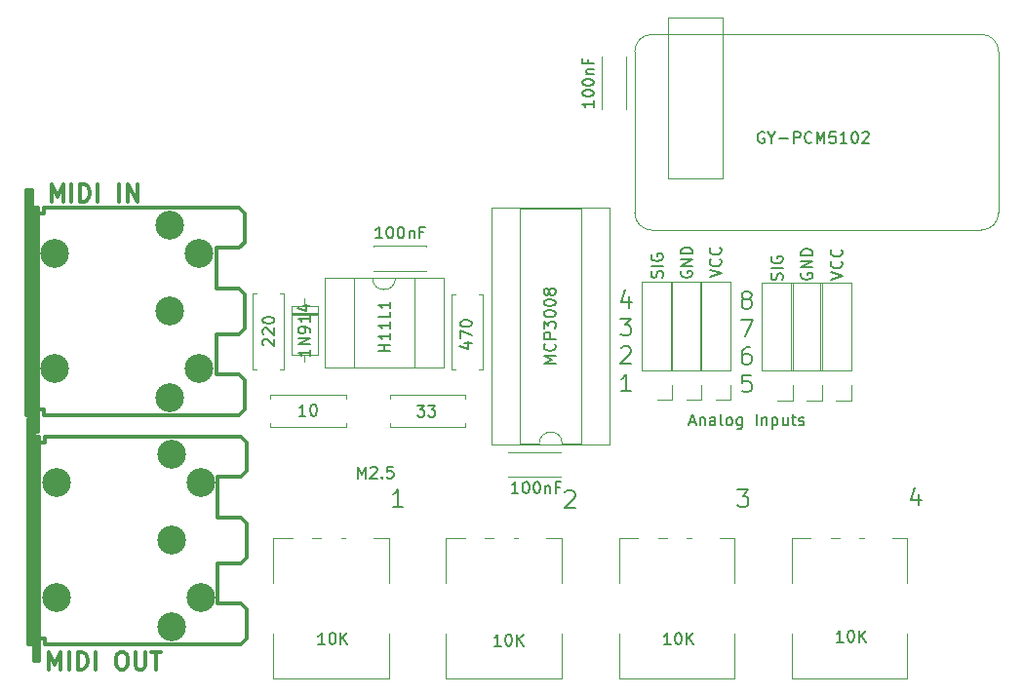
<source format=gto>
G04 #@! TF.GenerationSoftware,KiCad,Pcbnew,(6.0.5)*
G04 #@! TF.CreationDate,2022-08-31T18:22:49+01:00*
G04 #@! TF.ProjectId,RPi-V1-Synth-IOBoard,5250692d-5631-42d5-9379-6e74682d494f,rev?*
G04 #@! TF.SameCoordinates,Original*
G04 #@! TF.FileFunction,Legend,Top*
G04 #@! TF.FilePolarity,Positive*
%FSLAX46Y46*%
G04 Gerber Fmt 4.6, Leading zero omitted, Abs format (unit mm)*
G04 Created by KiCad (PCBNEW (6.0.5)) date 2022-08-31 18:22:49*
%MOMM*%
%LPD*%
G01*
G04 APERTURE LIST*
%ADD10C,0.200000*%
%ADD11C,0.150000*%
%ADD12C,0.304800*%
%ADD13C,0.120000*%
%ADD14C,2.499360*%
G04 APERTURE END LIST*
D10*
X221087914Y-164829371D02*
X221087914Y-165829371D01*
X220730771Y-164257942D02*
X220373628Y-165329371D01*
X221302200Y-165329371D01*
X205367000Y-164456371D02*
X206295571Y-164456371D01*
X205795571Y-165027800D01*
X206009857Y-165027800D01*
X206152714Y-165099228D01*
X206224142Y-165170657D01*
X206295571Y-165313514D01*
X206295571Y-165670657D01*
X206224142Y-165813514D01*
X206152714Y-165884942D01*
X206009857Y-165956371D01*
X205581285Y-165956371D01*
X205438428Y-165884942D01*
X205367000Y-165813514D01*
X190376228Y-164675428D02*
X190447657Y-164604000D01*
X190590514Y-164532571D01*
X190947657Y-164532571D01*
X191090514Y-164604000D01*
X191161942Y-164675428D01*
X191233371Y-164818285D01*
X191233371Y-164961142D01*
X191161942Y-165175428D01*
X190304800Y-166032571D01*
X191233371Y-166032571D01*
X176298171Y-165956371D02*
X175441028Y-165956371D01*
X175869600Y-165956371D02*
X175869600Y-164456371D01*
X175726742Y-164670657D01*
X175583885Y-164813514D01*
X175441028Y-164884942D01*
D11*
X201170209Y-158586466D02*
X201646400Y-158586466D01*
X201074971Y-158872180D02*
X201408304Y-157872180D01*
X201741638Y-158872180D01*
X202074971Y-158205514D02*
X202074971Y-158872180D01*
X202074971Y-158300752D02*
X202122590Y-158253133D01*
X202217828Y-158205514D01*
X202360685Y-158205514D01*
X202455923Y-158253133D01*
X202503542Y-158348371D01*
X202503542Y-158872180D01*
X203408304Y-158872180D02*
X203408304Y-158348371D01*
X203360685Y-158253133D01*
X203265447Y-158205514D01*
X203074971Y-158205514D01*
X202979733Y-158253133D01*
X203408304Y-158824561D02*
X203313066Y-158872180D01*
X203074971Y-158872180D01*
X202979733Y-158824561D01*
X202932114Y-158729323D01*
X202932114Y-158634085D01*
X202979733Y-158538847D01*
X203074971Y-158491228D01*
X203313066Y-158491228D01*
X203408304Y-158443609D01*
X204027352Y-158872180D02*
X203932114Y-158824561D01*
X203884495Y-158729323D01*
X203884495Y-157872180D01*
X204551161Y-158872180D02*
X204455923Y-158824561D01*
X204408304Y-158776942D01*
X204360685Y-158681704D01*
X204360685Y-158395990D01*
X204408304Y-158300752D01*
X204455923Y-158253133D01*
X204551161Y-158205514D01*
X204694019Y-158205514D01*
X204789257Y-158253133D01*
X204836876Y-158300752D01*
X204884495Y-158395990D01*
X204884495Y-158681704D01*
X204836876Y-158776942D01*
X204789257Y-158824561D01*
X204694019Y-158872180D01*
X204551161Y-158872180D01*
X205741638Y-158205514D02*
X205741638Y-159015038D01*
X205694019Y-159110276D01*
X205646400Y-159157895D01*
X205551161Y-159205514D01*
X205408304Y-159205514D01*
X205313066Y-159157895D01*
X205741638Y-158824561D02*
X205646400Y-158872180D01*
X205455923Y-158872180D01*
X205360685Y-158824561D01*
X205313066Y-158776942D01*
X205265447Y-158681704D01*
X205265447Y-158395990D01*
X205313066Y-158300752D01*
X205360685Y-158253133D01*
X205455923Y-158205514D01*
X205646400Y-158205514D01*
X205741638Y-158253133D01*
X206979733Y-158872180D02*
X206979733Y-157872180D01*
X207455923Y-158205514D02*
X207455923Y-158872180D01*
X207455923Y-158300752D02*
X207503542Y-158253133D01*
X207598780Y-158205514D01*
X207741638Y-158205514D01*
X207836876Y-158253133D01*
X207884495Y-158348371D01*
X207884495Y-158872180D01*
X208360685Y-158205514D02*
X208360685Y-159205514D01*
X208360685Y-158253133D02*
X208455923Y-158205514D01*
X208646400Y-158205514D01*
X208741638Y-158253133D01*
X208789257Y-158300752D01*
X208836876Y-158395990D01*
X208836876Y-158681704D01*
X208789257Y-158776942D01*
X208741638Y-158824561D01*
X208646400Y-158872180D01*
X208455923Y-158872180D01*
X208360685Y-158824561D01*
X209694019Y-158205514D02*
X209694019Y-158872180D01*
X209265447Y-158205514D02*
X209265447Y-158729323D01*
X209313066Y-158824561D01*
X209408304Y-158872180D01*
X209551161Y-158872180D01*
X209646400Y-158824561D01*
X209694019Y-158776942D01*
X210027352Y-158205514D02*
X210408304Y-158205514D01*
X210170209Y-157872180D02*
X210170209Y-158729323D01*
X210217828Y-158824561D01*
X210313066Y-158872180D01*
X210408304Y-158872180D01*
X210694019Y-158824561D02*
X210789257Y-158872180D01*
X210979733Y-158872180D01*
X211074971Y-158824561D01*
X211122590Y-158729323D01*
X211122590Y-158681704D01*
X211074971Y-158586466D01*
X210979733Y-158538847D01*
X210836876Y-158538847D01*
X210741638Y-158491228D01*
X210694019Y-158395990D01*
X210694019Y-158348371D01*
X210741638Y-158253133D01*
X210836876Y-158205514D01*
X210979733Y-158205514D01*
X211074971Y-158253133D01*
D10*
X206003542Y-147887728D02*
X205860685Y-147816300D01*
X205789257Y-147744871D01*
X205717828Y-147602014D01*
X205717828Y-147530585D01*
X205789257Y-147387728D01*
X205860685Y-147316300D01*
X206003542Y-147244871D01*
X206289257Y-147244871D01*
X206432114Y-147316300D01*
X206503542Y-147387728D01*
X206574971Y-147530585D01*
X206574971Y-147602014D01*
X206503542Y-147744871D01*
X206432114Y-147816300D01*
X206289257Y-147887728D01*
X206003542Y-147887728D01*
X205860685Y-147959157D01*
X205789257Y-148030585D01*
X205717828Y-148173442D01*
X205717828Y-148459157D01*
X205789257Y-148602014D01*
X205860685Y-148673442D01*
X206003542Y-148744871D01*
X206289257Y-148744871D01*
X206432114Y-148673442D01*
X206503542Y-148602014D01*
X206574971Y-148459157D01*
X206574971Y-148173442D01*
X206503542Y-148030585D01*
X206432114Y-147959157D01*
X206289257Y-147887728D01*
X205646400Y-149659871D02*
X206646400Y-149659871D01*
X206003542Y-151159871D01*
X206432114Y-152074871D02*
X206146400Y-152074871D01*
X206003542Y-152146300D01*
X205932114Y-152217728D01*
X205789257Y-152432014D01*
X205717828Y-152717728D01*
X205717828Y-153289157D01*
X205789257Y-153432014D01*
X205860685Y-153503442D01*
X206003542Y-153574871D01*
X206289257Y-153574871D01*
X206432114Y-153503442D01*
X206503542Y-153432014D01*
X206574971Y-153289157D01*
X206574971Y-152932014D01*
X206503542Y-152789157D01*
X206432114Y-152717728D01*
X206289257Y-152646300D01*
X206003542Y-152646300D01*
X205860685Y-152717728D01*
X205789257Y-152789157D01*
X205717828Y-152932014D01*
X206503542Y-154489871D02*
X205789257Y-154489871D01*
X205717828Y-155204157D01*
X205789257Y-155132728D01*
X205932114Y-155061300D01*
X206289257Y-155061300D01*
X206432114Y-155132728D01*
X206503542Y-155204157D01*
X206574971Y-155347014D01*
X206574971Y-155704157D01*
X206503542Y-155847014D01*
X206432114Y-155918442D01*
X206289257Y-155989871D01*
X205932114Y-155989871D01*
X205789257Y-155918442D01*
X205717828Y-155847014D01*
X195967314Y-147668671D02*
X195967314Y-148668671D01*
X195610171Y-147097242D02*
X195253028Y-148168671D01*
X196181600Y-148168671D01*
X195181600Y-149583671D02*
X196110171Y-149583671D01*
X195610171Y-150155100D01*
X195824457Y-150155100D01*
X195967314Y-150226528D01*
X196038742Y-150297957D01*
X196110171Y-150440814D01*
X196110171Y-150797957D01*
X196038742Y-150940814D01*
X195967314Y-151012242D01*
X195824457Y-151083671D01*
X195395885Y-151083671D01*
X195253028Y-151012242D01*
X195181600Y-150940814D01*
X195253028Y-152141528D02*
X195324457Y-152070100D01*
X195467314Y-151998671D01*
X195824457Y-151998671D01*
X195967314Y-152070100D01*
X196038742Y-152141528D01*
X196110171Y-152284385D01*
X196110171Y-152427242D01*
X196038742Y-152641528D01*
X195181600Y-153498671D01*
X196110171Y-153498671D01*
X196110171Y-155913671D02*
X195253028Y-155913671D01*
X195681600Y-155913671D02*
X195681600Y-154413671D01*
X195538742Y-154627957D01*
X195395885Y-154770814D01*
X195253028Y-154842242D01*
D12*
X145766971Y-139449628D02*
X145766971Y-137925628D01*
X146274971Y-139014200D01*
X146782971Y-137925628D01*
X146782971Y-139449628D01*
X147508685Y-139449628D02*
X147508685Y-137925628D01*
X148234400Y-139449628D02*
X148234400Y-137925628D01*
X148597257Y-137925628D01*
X148814971Y-137998200D01*
X148960114Y-138143342D01*
X149032685Y-138288485D01*
X149105257Y-138578771D01*
X149105257Y-138796485D01*
X149032685Y-139086771D01*
X148960114Y-139231914D01*
X148814971Y-139377057D01*
X148597257Y-139449628D01*
X148234400Y-139449628D01*
X149758400Y-139449628D02*
X149758400Y-137925628D01*
X151645257Y-139449628D02*
X151645257Y-137925628D01*
X152370971Y-139449628D02*
X152370971Y-137925628D01*
X153241828Y-139449628D01*
X153241828Y-137925628D01*
D11*
X198804161Y-146032409D02*
X198851780Y-145889552D01*
X198851780Y-145651457D01*
X198804161Y-145556219D01*
X198756542Y-145508600D01*
X198661304Y-145460980D01*
X198566066Y-145460980D01*
X198470828Y-145508600D01*
X198423209Y-145556219D01*
X198375590Y-145651457D01*
X198327971Y-145841933D01*
X198280352Y-145937171D01*
X198232733Y-145984790D01*
X198137495Y-146032409D01*
X198042257Y-146032409D01*
X197947019Y-145984790D01*
X197899400Y-145937171D01*
X197851780Y-145841933D01*
X197851780Y-145603838D01*
X197899400Y-145460980D01*
X198851780Y-145032409D02*
X197851780Y-145032409D01*
X197899400Y-144032409D02*
X197851780Y-144127647D01*
X197851780Y-144270504D01*
X197899400Y-144413361D01*
X197994638Y-144508600D01*
X198089876Y-144556219D01*
X198280352Y-144603838D01*
X198423209Y-144603838D01*
X198613685Y-144556219D01*
X198708923Y-144508600D01*
X198804161Y-144413361D01*
X198851780Y-144270504D01*
X198851780Y-144175266D01*
X198804161Y-144032409D01*
X198756542Y-143984790D01*
X198423209Y-143984790D01*
X198423209Y-144175266D01*
X200464800Y-145491104D02*
X200417180Y-145586342D01*
X200417180Y-145729200D01*
X200464800Y-145872057D01*
X200560038Y-145967295D01*
X200655276Y-146014914D01*
X200845752Y-146062533D01*
X200988609Y-146062533D01*
X201179085Y-146014914D01*
X201274323Y-145967295D01*
X201369561Y-145872057D01*
X201417180Y-145729200D01*
X201417180Y-145633961D01*
X201369561Y-145491104D01*
X201321942Y-145443485D01*
X200988609Y-145443485D01*
X200988609Y-145633961D01*
X201417180Y-145014914D02*
X200417180Y-145014914D01*
X201417180Y-144443485D01*
X200417180Y-144443485D01*
X201417180Y-143967295D02*
X200417180Y-143967295D01*
X200417180Y-143729200D01*
X200464800Y-143586342D01*
X200560038Y-143491104D01*
X200655276Y-143443485D01*
X200845752Y-143395866D01*
X200988609Y-143395866D01*
X201179085Y-143443485D01*
X201274323Y-143491104D01*
X201369561Y-143586342D01*
X201417180Y-143729200D01*
X201417180Y-143967295D01*
X202931780Y-146011733D02*
X203931780Y-145678400D01*
X202931780Y-145345066D01*
X203836542Y-144440304D02*
X203884161Y-144487923D01*
X203931780Y-144630780D01*
X203931780Y-144726019D01*
X203884161Y-144868876D01*
X203788923Y-144964114D01*
X203693685Y-145011733D01*
X203503209Y-145059352D01*
X203360352Y-145059352D01*
X203169876Y-145011733D01*
X203074638Y-144964114D01*
X202979400Y-144868876D01*
X202931780Y-144726019D01*
X202931780Y-144630780D01*
X202979400Y-144487923D01*
X203027019Y-144440304D01*
X203836542Y-143440304D02*
X203884161Y-143487923D01*
X203931780Y-143630780D01*
X203931780Y-143726019D01*
X203884161Y-143868876D01*
X203788923Y-143964114D01*
X203693685Y-144011733D01*
X203503209Y-144059352D01*
X203360352Y-144059352D01*
X203169876Y-144011733D01*
X203074638Y-143964114D01*
X202979400Y-143868876D01*
X202931780Y-143726019D01*
X202931780Y-143630780D01*
X202979400Y-143487923D01*
X203027019Y-143440304D01*
X169514923Y-177896780D02*
X168943495Y-177896780D01*
X169229209Y-177896780D02*
X169229209Y-176896780D01*
X169133971Y-177039638D01*
X169038733Y-177134876D01*
X168943495Y-177182495D01*
X170133971Y-176896780D02*
X170229209Y-176896780D01*
X170324447Y-176944400D01*
X170372066Y-176992019D01*
X170419685Y-177087257D01*
X170467304Y-177277733D01*
X170467304Y-177515828D01*
X170419685Y-177706304D01*
X170372066Y-177801542D01*
X170324447Y-177849161D01*
X170229209Y-177896780D01*
X170133971Y-177896780D01*
X170038733Y-177849161D01*
X169991114Y-177801542D01*
X169943495Y-177706304D01*
X169895876Y-177515828D01*
X169895876Y-177277733D01*
X169943495Y-177087257D01*
X169991114Y-176992019D01*
X170038733Y-176944400D01*
X170133971Y-176896780D01*
X170895876Y-177896780D02*
X170895876Y-176896780D01*
X171467304Y-177896780D02*
X171038733Y-177325352D01*
X171467304Y-176896780D02*
X170895876Y-177468209D01*
X214523723Y-177693580D02*
X213952295Y-177693580D01*
X214238009Y-177693580D02*
X214238009Y-176693580D01*
X214142771Y-176836438D01*
X214047533Y-176931676D01*
X213952295Y-176979295D01*
X215142771Y-176693580D02*
X215238009Y-176693580D01*
X215333247Y-176741200D01*
X215380866Y-176788819D01*
X215428485Y-176884057D01*
X215476104Y-177074533D01*
X215476104Y-177312628D01*
X215428485Y-177503104D01*
X215380866Y-177598342D01*
X215333247Y-177645961D01*
X215238009Y-177693580D01*
X215142771Y-177693580D01*
X215047533Y-177645961D01*
X214999914Y-177598342D01*
X214952295Y-177503104D01*
X214904676Y-177312628D01*
X214904676Y-177074533D01*
X214952295Y-176884057D01*
X214999914Y-176788819D01*
X215047533Y-176741200D01*
X215142771Y-176693580D01*
X215904676Y-177693580D02*
X215904676Y-176693580D01*
X216476104Y-177693580D02*
X216047533Y-177122152D01*
X216476104Y-176693580D02*
X215904676Y-177265009D01*
X199537723Y-177896780D02*
X198966295Y-177896780D01*
X199252009Y-177896780D02*
X199252009Y-176896780D01*
X199156771Y-177039638D01*
X199061533Y-177134876D01*
X198966295Y-177182495D01*
X200156771Y-176896780D02*
X200252009Y-176896780D01*
X200347247Y-176944400D01*
X200394866Y-176992019D01*
X200442485Y-177087257D01*
X200490104Y-177277733D01*
X200490104Y-177515828D01*
X200442485Y-177706304D01*
X200394866Y-177801542D01*
X200347247Y-177849161D01*
X200252009Y-177896780D01*
X200156771Y-177896780D01*
X200061533Y-177849161D01*
X200013914Y-177801542D01*
X199966295Y-177706304D01*
X199918676Y-177515828D01*
X199918676Y-177277733D01*
X199966295Y-177087257D01*
X200013914Y-176992019D01*
X200061533Y-176944400D01*
X200156771Y-176896780D01*
X200918676Y-177896780D02*
X200918676Y-176896780D01*
X201490104Y-177896780D02*
X201061533Y-177325352D01*
X201490104Y-176896780D02*
X200918676Y-177468209D01*
X184805723Y-178023780D02*
X184234295Y-178023780D01*
X184520009Y-178023780D02*
X184520009Y-177023780D01*
X184424771Y-177166638D01*
X184329533Y-177261876D01*
X184234295Y-177309495D01*
X185424771Y-177023780D02*
X185520009Y-177023780D01*
X185615247Y-177071400D01*
X185662866Y-177119019D01*
X185710485Y-177214257D01*
X185758104Y-177404733D01*
X185758104Y-177642828D01*
X185710485Y-177833304D01*
X185662866Y-177928542D01*
X185615247Y-177976161D01*
X185520009Y-178023780D01*
X185424771Y-178023780D01*
X185329533Y-177976161D01*
X185281914Y-177928542D01*
X185234295Y-177833304D01*
X185186676Y-177642828D01*
X185186676Y-177404733D01*
X185234295Y-177214257D01*
X185281914Y-177119019D01*
X185329533Y-177071400D01*
X185424771Y-177023780D01*
X186186676Y-178023780D02*
X186186676Y-177023780D01*
X186758104Y-178023780D02*
X186329533Y-177452352D01*
X186758104Y-177023780D02*
X186186676Y-177595209D01*
X210904200Y-145643504D02*
X210856580Y-145738742D01*
X210856580Y-145881600D01*
X210904200Y-146024457D01*
X210999438Y-146119695D01*
X211094676Y-146167314D01*
X211285152Y-146214933D01*
X211428009Y-146214933D01*
X211618485Y-146167314D01*
X211713723Y-146119695D01*
X211808961Y-146024457D01*
X211856580Y-145881600D01*
X211856580Y-145786361D01*
X211808961Y-145643504D01*
X211761342Y-145595885D01*
X211428009Y-145595885D01*
X211428009Y-145786361D01*
X211856580Y-145167314D02*
X210856580Y-145167314D01*
X211856580Y-144595885D01*
X210856580Y-144595885D01*
X211856580Y-144119695D02*
X210856580Y-144119695D01*
X210856580Y-143881600D01*
X210904200Y-143738742D01*
X210999438Y-143643504D01*
X211094676Y-143595885D01*
X211285152Y-143548266D01*
X211428009Y-143548266D01*
X211618485Y-143595885D01*
X211713723Y-143643504D01*
X211808961Y-143738742D01*
X211856580Y-143881600D01*
X211856580Y-144119695D01*
X213447380Y-146189533D02*
X214447380Y-145856200D01*
X213447380Y-145522866D01*
X214352142Y-144618104D02*
X214399761Y-144665723D01*
X214447380Y-144808580D01*
X214447380Y-144903819D01*
X214399761Y-145046676D01*
X214304523Y-145141914D01*
X214209285Y-145189533D01*
X214018809Y-145237152D01*
X213875952Y-145237152D01*
X213685476Y-145189533D01*
X213590238Y-145141914D01*
X213495000Y-145046676D01*
X213447380Y-144903819D01*
X213447380Y-144808580D01*
X213495000Y-144665723D01*
X213542619Y-144618104D01*
X214352142Y-143618104D02*
X214399761Y-143665723D01*
X214447380Y-143808580D01*
X214447380Y-143903819D01*
X214399761Y-144046676D01*
X214304523Y-144141914D01*
X214209285Y-144189533D01*
X214018809Y-144237152D01*
X213875952Y-144237152D01*
X213685476Y-144189533D01*
X213590238Y-144141914D01*
X213495000Y-144046676D01*
X213447380Y-143903819D01*
X213447380Y-143808580D01*
X213495000Y-143665723D01*
X213542619Y-143618104D01*
X209218161Y-146235609D02*
X209265780Y-146092752D01*
X209265780Y-145854657D01*
X209218161Y-145759419D01*
X209170542Y-145711800D01*
X209075304Y-145664180D01*
X208980066Y-145664180D01*
X208884828Y-145711800D01*
X208837209Y-145759419D01*
X208789590Y-145854657D01*
X208741971Y-146045133D01*
X208694352Y-146140371D01*
X208646733Y-146187990D01*
X208551495Y-146235609D01*
X208456257Y-146235609D01*
X208361019Y-146187990D01*
X208313400Y-146140371D01*
X208265780Y-146045133D01*
X208265780Y-145807038D01*
X208313400Y-145664180D01*
X209265780Y-145235609D02*
X208265780Y-145235609D01*
X208313400Y-144235609D02*
X208265780Y-144330847D01*
X208265780Y-144473704D01*
X208313400Y-144616561D01*
X208408638Y-144711800D01*
X208503876Y-144759419D01*
X208694352Y-144807038D01*
X208837209Y-144807038D01*
X209027685Y-144759419D01*
X209122923Y-144711800D01*
X209218161Y-144616561D01*
X209265780Y-144473704D01*
X209265780Y-144378466D01*
X209218161Y-144235609D01*
X209170542Y-144187990D01*
X208837209Y-144187990D01*
X208837209Y-144378466D01*
X186310780Y-164764980D02*
X185739352Y-164764980D01*
X186025066Y-164764980D02*
X186025066Y-163764980D01*
X185929828Y-163907838D01*
X185834590Y-164003076D01*
X185739352Y-164050695D01*
X186929828Y-163764980D02*
X187025066Y-163764980D01*
X187120304Y-163812600D01*
X187167923Y-163860219D01*
X187215542Y-163955457D01*
X187263161Y-164145933D01*
X187263161Y-164384028D01*
X187215542Y-164574504D01*
X187167923Y-164669742D01*
X187120304Y-164717361D01*
X187025066Y-164764980D01*
X186929828Y-164764980D01*
X186834590Y-164717361D01*
X186786971Y-164669742D01*
X186739352Y-164574504D01*
X186691733Y-164384028D01*
X186691733Y-164145933D01*
X186739352Y-163955457D01*
X186786971Y-163860219D01*
X186834590Y-163812600D01*
X186929828Y-163764980D01*
X187882209Y-163764980D02*
X187977447Y-163764980D01*
X188072685Y-163812600D01*
X188120304Y-163860219D01*
X188167923Y-163955457D01*
X188215542Y-164145933D01*
X188215542Y-164384028D01*
X188167923Y-164574504D01*
X188120304Y-164669742D01*
X188072685Y-164717361D01*
X187977447Y-164764980D01*
X187882209Y-164764980D01*
X187786971Y-164717361D01*
X187739352Y-164669742D01*
X187691733Y-164574504D01*
X187644114Y-164384028D01*
X187644114Y-164145933D01*
X187691733Y-163955457D01*
X187739352Y-163860219D01*
X187786971Y-163812600D01*
X187882209Y-163764980D01*
X188644114Y-164098314D02*
X188644114Y-164764980D01*
X188644114Y-164193552D02*
X188691733Y-164145933D01*
X188786971Y-164098314D01*
X188929828Y-164098314D01*
X189025066Y-164145933D01*
X189072685Y-164241171D01*
X189072685Y-164764980D01*
X189882209Y-164241171D02*
X189548876Y-164241171D01*
X189548876Y-164764980D02*
X189548876Y-163764980D01*
X190025066Y-163764980D01*
X189555380Y-153504495D02*
X188555380Y-153504495D01*
X189269666Y-153171161D01*
X188555380Y-152837828D01*
X189555380Y-152837828D01*
X189460142Y-151790209D02*
X189507761Y-151837828D01*
X189555380Y-151980685D01*
X189555380Y-152075923D01*
X189507761Y-152218780D01*
X189412523Y-152314019D01*
X189317285Y-152361638D01*
X189126809Y-152409257D01*
X188983952Y-152409257D01*
X188793476Y-152361638D01*
X188698238Y-152314019D01*
X188603000Y-152218780D01*
X188555380Y-152075923D01*
X188555380Y-151980685D01*
X188603000Y-151837828D01*
X188650619Y-151790209D01*
X189555380Y-151361638D02*
X188555380Y-151361638D01*
X188555380Y-150980685D01*
X188603000Y-150885447D01*
X188650619Y-150837828D01*
X188745857Y-150790209D01*
X188888714Y-150790209D01*
X188983952Y-150837828D01*
X189031571Y-150885447D01*
X189079190Y-150980685D01*
X189079190Y-151361638D01*
X188555380Y-150456876D02*
X188555380Y-149837828D01*
X188936333Y-150171161D01*
X188936333Y-150028304D01*
X188983952Y-149933066D01*
X189031571Y-149885447D01*
X189126809Y-149837828D01*
X189364904Y-149837828D01*
X189460142Y-149885447D01*
X189507761Y-149933066D01*
X189555380Y-150028304D01*
X189555380Y-150314019D01*
X189507761Y-150409257D01*
X189460142Y-150456876D01*
X188555380Y-149218780D02*
X188555380Y-149123542D01*
X188603000Y-149028304D01*
X188650619Y-148980685D01*
X188745857Y-148933066D01*
X188936333Y-148885447D01*
X189174428Y-148885447D01*
X189364904Y-148933066D01*
X189460142Y-148980685D01*
X189507761Y-149028304D01*
X189555380Y-149123542D01*
X189555380Y-149218780D01*
X189507761Y-149314019D01*
X189460142Y-149361638D01*
X189364904Y-149409257D01*
X189174428Y-149456876D01*
X188936333Y-149456876D01*
X188745857Y-149409257D01*
X188650619Y-149361638D01*
X188603000Y-149314019D01*
X188555380Y-149218780D01*
X188555380Y-148266400D02*
X188555380Y-148171161D01*
X188603000Y-148075923D01*
X188650619Y-148028304D01*
X188745857Y-147980685D01*
X188936333Y-147933066D01*
X189174428Y-147933066D01*
X189364904Y-147980685D01*
X189460142Y-148028304D01*
X189507761Y-148075923D01*
X189555380Y-148171161D01*
X189555380Y-148266400D01*
X189507761Y-148361638D01*
X189460142Y-148409257D01*
X189364904Y-148456876D01*
X189174428Y-148504495D01*
X188936333Y-148504495D01*
X188745857Y-148456876D01*
X188650619Y-148409257D01*
X188603000Y-148361638D01*
X188555380Y-148266400D01*
X188983952Y-147361638D02*
X188936333Y-147456876D01*
X188888714Y-147504495D01*
X188793476Y-147552114D01*
X188745857Y-147552114D01*
X188650619Y-147504495D01*
X188603000Y-147456876D01*
X188555380Y-147361638D01*
X188555380Y-147171161D01*
X188603000Y-147075923D01*
X188650619Y-147028304D01*
X188745857Y-146980685D01*
X188793476Y-146980685D01*
X188888714Y-147028304D01*
X188936333Y-147075923D01*
X188983952Y-147171161D01*
X188983952Y-147361638D01*
X189031571Y-147456876D01*
X189079190Y-147504495D01*
X189174428Y-147552114D01*
X189364904Y-147552114D01*
X189460142Y-147504495D01*
X189507761Y-147456876D01*
X189555380Y-147361638D01*
X189555380Y-147171161D01*
X189507761Y-147075923D01*
X189460142Y-147028304D01*
X189364904Y-146980685D01*
X189174428Y-146980685D01*
X189079190Y-147028304D01*
X189031571Y-147075923D01*
X188983952Y-147171161D01*
X172389990Y-163469580D02*
X172389990Y-162469580D01*
X172723323Y-163183866D01*
X173056657Y-162469580D01*
X173056657Y-163469580D01*
X173485228Y-162564819D02*
X173532847Y-162517200D01*
X173628085Y-162469580D01*
X173866180Y-162469580D01*
X173961419Y-162517200D01*
X174009038Y-162564819D01*
X174056657Y-162660057D01*
X174056657Y-162755295D01*
X174009038Y-162898152D01*
X173437609Y-163469580D01*
X174056657Y-163469580D01*
X174485228Y-163374342D02*
X174532847Y-163421961D01*
X174485228Y-163469580D01*
X174437609Y-163421961D01*
X174485228Y-163374342D01*
X174485228Y-163469580D01*
X175437609Y-162469580D02*
X174961419Y-162469580D01*
X174913800Y-162945771D01*
X174961419Y-162898152D01*
X175056657Y-162850533D01*
X175294752Y-162850533D01*
X175389990Y-162898152D01*
X175437609Y-162945771D01*
X175485228Y-163041009D01*
X175485228Y-163279104D01*
X175437609Y-163374342D01*
X175389990Y-163421961D01*
X175294752Y-163469580D01*
X175056657Y-163469580D01*
X174961419Y-163421961D01*
X174913800Y-163374342D01*
X175178980Y-152436247D02*
X174178980Y-152436247D01*
X174655171Y-152436247D02*
X174655171Y-151864819D01*
X175178980Y-151864819D02*
X174178980Y-151864819D01*
X175178980Y-150864819D02*
X175178980Y-151436247D01*
X175178980Y-151150533D02*
X174178980Y-151150533D01*
X174321838Y-151245771D01*
X174417076Y-151341009D01*
X174464695Y-151436247D01*
X175178980Y-149912438D02*
X175178980Y-150483866D01*
X175178980Y-150198152D02*
X174178980Y-150198152D01*
X174321838Y-150293390D01*
X174417076Y-150388628D01*
X174464695Y-150483866D01*
X175178980Y-149007676D02*
X175178980Y-149483866D01*
X174178980Y-149483866D01*
X175178980Y-148150533D02*
X175178980Y-148721961D01*
X175178980Y-148436247D02*
X174178980Y-148436247D01*
X174321838Y-148531485D01*
X174417076Y-148626723D01*
X174464695Y-148721961D01*
X181598914Y-151739504D02*
X182265580Y-151739504D01*
X181217961Y-151977600D02*
X181932247Y-152215695D01*
X181932247Y-151596647D01*
X181265580Y-151310933D02*
X181265580Y-150644266D01*
X182265580Y-151072838D01*
X181265580Y-150072838D02*
X181265580Y-149977600D01*
X181313200Y-149882361D01*
X181360819Y-149834742D01*
X181456057Y-149787123D01*
X181646533Y-149739504D01*
X181884628Y-149739504D01*
X182075104Y-149787123D01*
X182170342Y-149834742D01*
X182217961Y-149882361D01*
X182265580Y-149977600D01*
X182265580Y-150072838D01*
X182217961Y-150168076D01*
X182170342Y-150215695D01*
X182075104Y-150263314D01*
X181884628Y-150310933D01*
X181646533Y-150310933D01*
X181456057Y-150263314D01*
X181360819Y-150215695D01*
X181313200Y-150168076D01*
X181265580Y-150072838D01*
X167855923Y-158059380D02*
X167284495Y-158059380D01*
X167570209Y-158059380D02*
X167570209Y-157059380D01*
X167474971Y-157202238D01*
X167379733Y-157297476D01*
X167284495Y-157345095D01*
X168474971Y-157059380D02*
X168570209Y-157059380D01*
X168665447Y-157107000D01*
X168713066Y-157154619D01*
X168760685Y-157249857D01*
X168808304Y-157440333D01*
X168808304Y-157678428D01*
X168760685Y-157868904D01*
X168713066Y-157964142D01*
X168665447Y-158011761D01*
X168570209Y-158059380D01*
X168474971Y-158059380D01*
X168379733Y-158011761D01*
X168332114Y-157964142D01*
X168284495Y-157868904D01*
X168236876Y-157678428D01*
X168236876Y-157440333D01*
X168284495Y-157249857D01*
X168332114Y-157154619D01*
X168379733Y-157107000D01*
X168474971Y-157059380D01*
X177549276Y-157135580D02*
X178168323Y-157135580D01*
X177834990Y-157516533D01*
X177977847Y-157516533D01*
X178073085Y-157564152D01*
X178120704Y-157611771D01*
X178168323Y-157707009D01*
X178168323Y-157945104D01*
X178120704Y-158040342D01*
X178073085Y-158087961D01*
X177977847Y-158135580D01*
X177692133Y-158135580D01*
X177596895Y-158087961D01*
X177549276Y-158040342D01*
X178501657Y-157135580D02*
X179120704Y-157135580D01*
X178787371Y-157516533D01*
X178930228Y-157516533D01*
X179025466Y-157564152D01*
X179073085Y-157611771D01*
X179120704Y-157707009D01*
X179120704Y-157945104D01*
X179073085Y-158040342D01*
X179025466Y-158087961D01*
X178930228Y-158135580D01*
X178644514Y-158135580D01*
X178549276Y-158087961D01*
X178501657Y-158040342D01*
X164215819Y-151936295D02*
X164168200Y-151888676D01*
X164120580Y-151793438D01*
X164120580Y-151555342D01*
X164168200Y-151460104D01*
X164215819Y-151412485D01*
X164311057Y-151364866D01*
X164406295Y-151364866D01*
X164549152Y-151412485D01*
X165120580Y-151983914D01*
X165120580Y-151364866D01*
X164215819Y-150983914D02*
X164168200Y-150936295D01*
X164120580Y-150841057D01*
X164120580Y-150602961D01*
X164168200Y-150507723D01*
X164215819Y-150460104D01*
X164311057Y-150412485D01*
X164406295Y-150412485D01*
X164549152Y-150460104D01*
X165120580Y-151031533D01*
X165120580Y-150412485D01*
X164120580Y-149793438D02*
X164120580Y-149698200D01*
X164168200Y-149602961D01*
X164215819Y-149555342D01*
X164311057Y-149507723D01*
X164501533Y-149460104D01*
X164739628Y-149460104D01*
X164930104Y-149507723D01*
X165025342Y-149555342D01*
X165072961Y-149602961D01*
X165120580Y-149698200D01*
X165120580Y-149793438D01*
X165072961Y-149888676D01*
X165025342Y-149936295D01*
X164930104Y-149983914D01*
X164739628Y-150031533D01*
X164501533Y-150031533D01*
X164311057Y-149983914D01*
X164215819Y-149936295D01*
X164168200Y-149888676D01*
X164120580Y-149793438D01*
D12*
X145589171Y-180089628D02*
X145589171Y-178565628D01*
X146097171Y-179654200D01*
X146605171Y-178565628D01*
X146605171Y-180089628D01*
X147330885Y-180089628D02*
X147330885Y-178565628D01*
X148056600Y-180089628D02*
X148056600Y-178565628D01*
X148419457Y-178565628D01*
X148637171Y-178638200D01*
X148782314Y-178783342D01*
X148854885Y-178928485D01*
X148927457Y-179218771D01*
X148927457Y-179436485D01*
X148854885Y-179726771D01*
X148782314Y-179871914D01*
X148637171Y-180017057D01*
X148419457Y-180089628D01*
X148056600Y-180089628D01*
X149580600Y-180089628D02*
X149580600Y-178565628D01*
X151757742Y-178565628D02*
X152048028Y-178565628D01*
X152193171Y-178638200D01*
X152338314Y-178783342D01*
X152410885Y-179073628D01*
X152410885Y-179581628D01*
X152338314Y-179871914D01*
X152193171Y-180017057D01*
X152048028Y-180089628D01*
X151757742Y-180089628D01*
X151612600Y-180017057D01*
X151467457Y-179871914D01*
X151394885Y-179581628D01*
X151394885Y-179073628D01*
X151467457Y-178783342D01*
X151612600Y-178638200D01*
X151757742Y-178565628D01*
X153064028Y-178565628D02*
X153064028Y-179799342D01*
X153136600Y-179944485D01*
X153209171Y-180017057D01*
X153354314Y-180089628D01*
X153644600Y-180089628D01*
X153789742Y-180017057D01*
X153862314Y-179944485D01*
X153934885Y-179799342D01*
X153934885Y-178565628D01*
X154442885Y-178565628D02*
X155313742Y-178565628D01*
X154878314Y-180089628D02*
X154878314Y-178565628D01*
D11*
X168219380Y-152288666D02*
X168219380Y-152860095D01*
X168219380Y-152574380D02*
X167219380Y-152574380D01*
X167362238Y-152669619D01*
X167457476Y-152764857D01*
X167505095Y-152860095D01*
X168219380Y-151860095D02*
X167219380Y-151860095D01*
X168219380Y-151288666D01*
X167219380Y-151288666D01*
X168219380Y-150764857D02*
X168219380Y-150574380D01*
X168171761Y-150479142D01*
X168124142Y-150431523D01*
X167981285Y-150336285D01*
X167790809Y-150288666D01*
X167409857Y-150288666D01*
X167314619Y-150336285D01*
X167267000Y-150383904D01*
X167219380Y-150479142D01*
X167219380Y-150669619D01*
X167267000Y-150764857D01*
X167314619Y-150812476D01*
X167409857Y-150860095D01*
X167647952Y-150860095D01*
X167743190Y-150812476D01*
X167790809Y-150764857D01*
X167838428Y-150669619D01*
X167838428Y-150479142D01*
X167790809Y-150383904D01*
X167743190Y-150336285D01*
X167647952Y-150288666D01*
X168219380Y-149336285D02*
X168219380Y-149907714D01*
X168219380Y-149622000D02*
X167219380Y-149622000D01*
X167362238Y-149717238D01*
X167457476Y-149812476D01*
X167505095Y-149907714D01*
X167552714Y-148479142D02*
X168219380Y-148479142D01*
X167171761Y-148717238D02*
X167886047Y-148955333D01*
X167886047Y-148336285D01*
X192867180Y-130692019D02*
X192867180Y-131263447D01*
X192867180Y-130977733D02*
X191867180Y-130977733D01*
X192010038Y-131072971D01*
X192105276Y-131168209D01*
X192152895Y-131263447D01*
X191867180Y-130072971D02*
X191867180Y-129977733D01*
X191914800Y-129882495D01*
X191962419Y-129834876D01*
X192057657Y-129787257D01*
X192248133Y-129739638D01*
X192486228Y-129739638D01*
X192676704Y-129787257D01*
X192771942Y-129834876D01*
X192819561Y-129882495D01*
X192867180Y-129977733D01*
X192867180Y-130072971D01*
X192819561Y-130168209D01*
X192771942Y-130215828D01*
X192676704Y-130263447D01*
X192486228Y-130311066D01*
X192248133Y-130311066D01*
X192057657Y-130263447D01*
X191962419Y-130215828D01*
X191914800Y-130168209D01*
X191867180Y-130072971D01*
X191867180Y-129120590D02*
X191867180Y-129025352D01*
X191914800Y-128930114D01*
X191962419Y-128882495D01*
X192057657Y-128834876D01*
X192248133Y-128787257D01*
X192486228Y-128787257D01*
X192676704Y-128834876D01*
X192771942Y-128882495D01*
X192819561Y-128930114D01*
X192867180Y-129025352D01*
X192867180Y-129120590D01*
X192819561Y-129215828D01*
X192771942Y-129263447D01*
X192676704Y-129311066D01*
X192486228Y-129358685D01*
X192248133Y-129358685D01*
X192057657Y-129311066D01*
X191962419Y-129263447D01*
X191914800Y-129215828D01*
X191867180Y-129120590D01*
X192200514Y-128358685D02*
X192867180Y-128358685D01*
X192295752Y-128358685D02*
X192248133Y-128311066D01*
X192200514Y-128215828D01*
X192200514Y-128072971D01*
X192248133Y-127977733D01*
X192343371Y-127930114D01*
X192867180Y-127930114D01*
X192343371Y-127120590D02*
X192343371Y-127453923D01*
X192867180Y-127453923D02*
X191867180Y-127453923D01*
X191867180Y-126977733D01*
X174503580Y-142625980D02*
X173932152Y-142625980D01*
X174217866Y-142625980D02*
X174217866Y-141625980D01*
X174122628Y-141768838D01*
X174027390Y-141864076D01*
X173932152Y-141911695D01*
X175122628Y-141625980D02*
X175217866Y-141625980D01*
X175313104Y-141673600D01*
X175360723Y-141721219D01*
X175408342Y-141816457D01*
X175455961Y-142006933D01*
X175455961Y-142245028D01*
X175408342Y-142435504D01*
X175360723Y-142530742D01*
X175313104Y-142578361D01*
X175217866Y-142625980D01*
X175122628Y-142625980D01*
X175027390Y-142578361D01*
X174979771Y-142530742D01*
X174932152Y-142435504D01*
X174884533Y-142245028D01*
X174884533Y-142006933D01*
X174932152Y-141816457D01*
X174979771Y-141721219D01*
X175027390Y-141673600D01*
X175122628Y-141625980D01*
X176075009Y-141625980D02*
X176170247Y-141625980D01*
X176265485Y-141673600D01*
X176313104Y-141721219D01*
X176360723Y-141816457D01*
X176408342Y-142006933D01*
X176408342Y-142245028D01*
X176360723Y-142435504D01*
X176313104Y-142530742D01*
X176265485Y-142578361D01*
X176170247Y-142625980D01*
X176075009Y-142625980D01*
X175979771Y-142578361D01*
X175932152Y-142530742D01*
X175884533Y-142435504D01*
X175836914Y-142245028D01*
X175836914Y-142006933D01*
X175884533Y-141816457D01*
X175932152Y-141721219D01*
X175979771Y-141673600D01*
X176075009Y-141625980D01*
X176836914Y-141959314D02*
X176836914Y-142625980D01*
X176836914Y-142054552D02*
X176884533Y-142006933D01*
X176979771Y-141959314D01*
X177122628Y-141959314D01*
X177217866Y-142006933D01*
X177265485Y-142102171D01*
X177265485Y-142625980D01*
X178075009Y-142102171D02*
X177741676Y-142102171D01*
X177741676Y-142625980D02*
X177741676Y-141625980D01*
X178217866Y-141625980D01*
X207655095Y-133414200D02*
X207559857Y-133366580D01*
X207417000Y-133366580D01*
X207274142Y-133414200D01*
X207178904Y-133509438D01*
X207131285Y-133604676D01*
X207083666Y-133795152D01*
X207083666Y-133938009D01*
X207131285Y-134128485D01*
X207178904Y-134223723D01*
X207274142Y-134318961D01*
X207417000Y-134366580D01*
X207512238Y-134366580D01*
X207655095Y-134318961D01*
X207702714Y-134271342D01*
X207702714Y-133938009D01*
X207512238Y-133938009D01*
X208321761Y-133890390D02*
X208321761Y-134366580D01*
X207988428Y-133366580D02*
X208321761Y-133890390D01*
X208655095Y-133366580D01*
X208988428Y-133985628D02*
X209750333Y-133985628D01*
X210226523Y-134366580D02*
X210226523Y-133366580D01*
X210607476Y-133366580D01*
X210702714Y-133414200D01*
X210750333Y-133461819D01*
X210797952Y-133557057D01*
X210797952Y-133699914D01*
X210750333Y-133795152D01*
X210702714Y-133842771D01*
X210607476Y-133890390D01*
X210226523Y-133890390D01*
X211797952Y-134271342D02*
X211750333Y-134318961D01*
X211607476Y-134366580D01*
X211512238Y-134366580D01*
X211369380Y-134318961D01*
X211274142Y-134223723D01*
X211226523Y-134128485D01*
X211178904Y-133938009D01*
X211178904Y-133795152D01*
X211226523Y-133604676D01*
X211274142Y-133509438D01*
X211369380Y-133414200D01*
X211512238Y-133366580D01*
X211607476Y-133366580D01*
X211750333Y-133414200D01*
X211797952Y-133461819D01*
X212226523Y-134366580D02*
X212226523Y-133366580D01*
X212559857Y-134080866D01*
X212893190Y-133366580D01*
X212893190Y-134366580D01*
X213845571Y-133366580D02*
X213369380Y-133366580D01*
X213321761Y-133842771D01*
X213369380Y-133795152D01*
X213464619Y-133747533D01*
X213702714Y-133747533D01*
X213797952Y-133795152D01*
X213845571Y-133842771D01*
X213893190Y-133938009D01*
X213893190Y-134176104D01*
X213845571Y-134271342D01*
X213797952Y-134318961D01*
X213702714Y-134366580D01*
X213464619Y-134366580D01*
X213369380Y-134318961D01*
X213321761Y-134271342D01*
X214845571Y-134366580D02*
X214274142Y-134366580D01*
X214559857Y-134366580D02*
X214559857Y-133366580D01*
X214464619Y-133509438D01*
X214369380Y-133604676D01*
X214274142Y-133652295D01*
X215464619Y-133366580D02*
X215559857Y-133366580D01*
X215655095Y-133414200D01*
X215702714Y-133461819D01*
X215750333Y-133557057D01*
X215797952Y-133747533D01*
X215797952Y-133985628D01*
X215750333Y-134176104D01*
X215702714Y-134271342D01*
X215655095Y-134318961D01*
X215559857Y-134366580D01*
X215464619Y-134366580D01*
X215369380Y-134318961D01*
X215321761Y-134271342D01*
X215274142Y-134176104D01*
X215226523Y-133985628D01*
X215226523Y-133747533D01*
X215274142Y-133557057D01*
X215321761Y-133461819D01*
X215369380Y-133414200D01*
X215464619Y-133366580D01*
X216178904Y-133461819D02*
X216226523Y-133414200D01*
X216321761Y-133366580D01*
X216559857Y-133366580D01*
X216655095Y-133414200D01*
X216702714Y-133461819D01*
X216750333Y-133557057D01*
X216750333Y-133652295D01*
X216702714Y-133795152D01*
X216131285Y-134366580D01*
X216750333Y-134366580D01*
D12*
X144335500Y-139971780D02*
X144335500Y-159471360D01*
X144086580Y-157970220D02*
X144086580Y-139971780D01*
X143835120Y-138470640D02*
X143835120Y-157970220D01*
X162085020Y-139971780D02*
X145084800Y-139971780D01*
X162085020Y-139971780D02*
X162585400Y-140472160D01*
X162585400Y-140472160D02*
X162585400Y-142971520D01*
X162585400Y-142971520D02*
X162085020Y-143471900D01*
X162085020Y-143471900D02*
X160086040Y-143471900D01*
X160086040Y-143471900D02*
X160086040Y-146972020D01*
X162085020Y-157970220D02*
X145084800Y-157970220D01*
X162085020Y-157970220D02*
X162585400Y-157469840D01*
X162585400Y-157469840D02*
X162585400Y-155470860D01*
X162585400Y-155470860D02*
X162585400Y-154970480D01*
X162585400Y-154970480D02*
X162085020Y-154470100D01*
X162085020Y-154470100D02*
X160086040Y-154470100D01*
X160086040Y-154470100D02*
X160086040Y-150969980D01*
X162585400Y-147469860D02*
X162085020Y-146972020D01*
X162085020Y-146972020D02*
X160086040Y-146972020D01*
X162585400Y-147469860D02*
X162585400Y-150472140D01*
X162585400Y-150472140D02*
X162085020Y-150969980D01*
X162085020Y-150969980D02*
X160086040Y-150969980D01*
X144086580Y-159471360D02*
X144086580Y-157970220D01*
X144086580Y-157970220D02*
X143586200Y-157970220D01*
X143586200Y-157970220D02*
X143586200Y-138470640D01*
X144086580Y-138470640D02*
X144086580Y-139971780D01*
X144086580Y-139971780D02*
X144586960Y-139971780D01*
X144586960Y-139971780D02*
X144586960Y-159471360D01*
X145084800Y-157970220D02*
X145084800Y-157469840D01*
X145084800Y-139971780D02*
X145084800Y-140472160D01*
X144586960Y-157469840D02*
X145084800Y-157469840D01*
X145084800Y-140472160D02*
X144586960Y-140472160D01*
X143586200Y-138470640D02*
X144086580Y-138470640D01*
X144586960Y-159471360D02*
X144086580Y-159471360D01*
D13*
X197018600Y-154076400D02*
X197018600Y-146396400D01*
X199678600Y-155346400D02*
X199678600Y-156676400D01*
X199678600Y-146396400D02*
X197018600Y-146396400D01*
X199678600Y-154076400D02*
X197018600Y-154076400D01*
X199678600Y-156676400D02*
X198348600Y-156676400D01*
X199678600Y-154076400D02*
X199678600Y-146396400D01*
X199558600Y-154076400D02*
X199558600Y-146396400D01*
X202218600Y-155346400D02*
X202218600Y-156676400D01*
X202218600Y-146396400D02*
X199558600Y-146396400D01*
X202218600Y-154076400D02*
X199558600Y-154076400D01*
X202218600Y-156676400D02*
X200888600Y-156676400D01*
X202218600Y-154076400D02*
X202218600Y-146396400D01*
X202098600Y-154076400D02*
X202098600Y-146396400D01*
X204758600Y-155346400D02*
X204758600Y-156676400D01*
X204758600Y-146396400D02*
X202098600Y-146396400D01*
X204758600Y-154076400D02*
X202098600Y-154076400D01*
X204758600Y-156676400D02*
X203428600Y-156676400D01*
X204758600Y-154076400D02*
X204758600Y-146396400D01*
X175082800Y-168642200D02*
X173761800Y-168642200D01*
X175082800Y-168642200D02*
X175082800Y-172579200D01*
X171311800Y-168642200D02*
X170931800Y-168642200D01*
X169190800Y-168642200D02*
X168431800Y-168642200D01*
X166691800Y-168642200D02*
X165041800Y-168642200D01*
X165041800Y-168642200D02*
X165041800Y-172579200D01*
X175082800Y-176946200D02*
X175082800Y-180882200D01*
X165041800Y-176946200D02*
X165041800Y-180882200D01*
X175082800Y-180882200D02*
X165041800Y-180882200D01*
X220082800Y-168642200D02*
X218761800Y-168642200D01*
X220082800Y-168642200D02*
X220082800Y-172579200D01*
X216311800Y-168642200D02*
X215931800Y-168642200D01*
X214190800Y-168642200D02*
X213431800Y-168642200D01*
X211691800Y-168642200D02*
X210041800Y-168642200D01*
X210041800Y-168642200D02*
X210041800Y-172579200D01*
X220082800Y-176946200D02*
X220082800Y-180882200D01*
X210041800Y-176946200D02*
X210041800Y-180882200D01*
X220082800Y-180882200D02*
X210041800Y-180882200D01*
X205082800Y-168642200D02*
X203761800Y-168642200D01*
X205082800Y-168642200D02*
X205082800Y-172579200D01*
X201311800Y-168642200D02*
X200931800Y-168642200D01*
X199190800Y-168642200D02*
X198431800Y-168642200D01*
X196691800Y-168642200D02*
X195041800Y-168642200D01*
X195041800Y-168642200D02*
X195041800Y-172579200D01*
X205082800Y-176946200D02*
X205082800Y-180882200D01*
X195041800Y-176946200D02*
X195041800Y-180882200D01*
X205082800Y-180882200D02*
X195041800Y-180882200D01*
X190082800Y-168642200D02*
X188761800Y-168642200D01*
X190082800Y-168642200D02*
X190082800Y-172579200D01*
X186311800Y-168642200D02*
X185931800Y-168642200D01*
X184190800Y-168642200D02*
X183431800Y-168642200D01*
X181691800Y-168642200D02*
X180041800Y-168642200D01*
X180041800Y-168642200D02*
X180041800Y-172579200D01*
X190082800Y-176946200D02*
X190082800Y-180882200D01*
X180041800Y-176946200D02*
X180041800Y-180882200D01*
X190082800Y-180882200D02*
X180041800Y-180882200D01*
X209998000Y-154142600D02*
X209998000Y-146462600D01*
X212658000Y-155412600D02*
X212658000Y-156742600D01*
X212658000Y-146462600D02*
X209998000Y-146462600D01*
X212658000Y-154142600D02*
X209998000Y-154142600D01*
X212658000Y-156742600D02*
X211328000Y-156742600D01*
X212658000Y-154142600D02*
X212658000Y-146462600D01*
X212538000Y-154142600D02*
X212538000Y-146462600D01*
X215198000Y-155412600D02*
X215198000Y-156742600D01*
X215198000Y-146462600D02*
X212538000Y-146462600D01*
X215198000Y-154142600D02*
X212538000Y-154142600D01*
X215198000Y-156742600D02*
X213868000Y-156742600D01*
X215198000Y-154142600D02*
X215198000Y-146462600D01*
X207458000Y-154142600D02*
X207458000Y-146462600D01*
X210118000Y-155412600D02*
X210118000Y-156742600D01*
X210118000Y-146462600D02*
X207458000Y-146462600D01*
X210118000Y-154142600D02*
X207458000Y-154142600D01*
X210118000Y-156742600D02*
X208788000Y-156742600D01*
X210118000Y-154142600D02*
X210118000Y-146462600D01*
X189976000Y-161225600D02*
X189976000Y-161210600D01*
X185436000Y-163350600D02*
X185436000Y-163335600D01*
X189976000Y-163350600D02*
X189976000Y-163335600D01*
X185436000Y-161225600D02*
X185436000Y-161210600D01*
X189976000Y-163350600D02*
X185436000Y-163350600D01*
X189976000Y-161210600D02*
X185436000Y-161210600D01*
X191778400Y-140021000D02*
X186478400Y-140021000D01*
X183988400Y-160521000D02*
X194268400Y-160521000D01*
X186478400Y-140021000D02*
X186478400Y-160461000D01*
X190128400Y-160461000D02*
X191778400Y-160461000D01*
X186478400Y-160461000D02*
X188128400Y-160461000D01*
X191778400Y-160461000D02*
X191778400Y-140021000D01*
X183988400Y-139961000D02*
X183988400Y-160521000D01*
X194268400Y-160521000D02*
X194268400Y-139961000D01*
X194268400Y-139961000D02*
X183988400Y-139961000D01*
X190128400Y-160461000D02*
G75*
G03*
X188128400Y-160461000I-1000000J0D01*
G01*
X173660400Y-146081600D02*
X172010400Y-146081600D01*
X172010400Y-146081600D02*
X172010400Y-153821600D01*
X179800400Y-146021600D02*
X169520400Y-146021600D01*
X169520400Y-146021600D02*
X169520400Y-153881600D01*
X177310400Y-153821600D02*
X177310400Y-146081600D01*
X172010400Y-153821600D02*
X177310400Y-153821600D01*
X169520400Y-153881600D02*
X179800400Y-153881600D01*
X179800400Y-153881600D02*
X179800400Y-146021600D01*
X177310400Y-146081600D02*
X175660400Y-146081600D01*
X173660400Y-146081600D02*
G75*
G03*
X175660400Y-146081600I1000000J0D01*
G01*
X180519400Y-154044400D02*
X180849400Y-154044400D01*
X183259400Y-147504400D02*
X183259400Y-154044400D01*
X180519400Y-147504400D02*
X180519400Y-154044400D01*
X180849400Y-147504400D02*
X180519400Y-147504400D01*
X182929400Y-147504400D02*
X183259400Y-147504400D01*
X183259400Y-154044400D02*
X182929400Y-154044400D01*
X171341800Y-159002400D02*
X171341800Y-158672400D01*
X164801800Y-156262400D02*
X171341800Y-156262400D01*
X164801800Y-159002400D02*
X171341800Y-159002400D01*
X164801800Y-158672400D02*
X164801800Y-159002400D01*
X164801800Y-156592400D02*
X164801800Y-156262400D01*
X171341800Y-156262400D02*
X171341800Y-156592400D01*
X181705000Y-159002400D02*
X181705000Y-158672400D01*
X175165000Y-156262400D02*
X181705000Y-156262400D01*
X175165000Y-159002400D02*
X181705000Y-159002400D01*
X175165000Y-158672400D02*
X175165000Y-159002400D01*
X175165000Y-156592400D02*
X175165000Y-156262400D01*
X181705000Y-156262400D02*
X181705000Y-156592400D01*
X165962000Y-147453600D02*
X165632000Y-147453600D01*
X163222000Y-153993600D02*
X163222000Y-147453600D01*
X165962000Y-153993600D02*
X165962000Y-147453600D01*
X165632000Y-153993600D02*
X165962000Y-153993600D01*
X163552000Y-153993600D02*
X163222000Y-153993600D01*
X163222000Y-147453600D02*
X163552000Y-147453600D01*
D12*
X144487900Y-159859980D02*
X144487900Y-179359560D01*
X144238980Y-177858420D02*
X144238980Y-159859980D01*
X143987520Y-158358840D02*
X143987520Y-177858420D01*
X162237420Y-159859980D02*
X145237200Y-159859980D01*
X162237420Y-159859980D02*
X162737800Y-160360360D01*
X162737800Y-160360360D02*
X162737800Y-162859720D01*
X162737800Y-162859720D02*
X162237420Y-163360100D01*
X162237420Y-163360100D02*
X160238440Y-163360100D01*
X160238440Y-163360100D02*
X160238440Y-166860220D01*
X162237420Y-177858420D02*
X145237200Y-177858420D01*
X162237420Y-177858420D02*
X162737800Y-177358040D01*
X162737800Y-177358040D02*
X162737800Y-175359060D01*
X162737800Y-175359060D02*
X162737800Y-174858680D01*
X162737800Y-174858680D02*
X162237420Y-174358300D01*
X162237420Y-174358300D02*
X160238440Y-174358300D01*
X160238440Y-174358300D02*
X160238440Y-170858180D01*
X162737800Y-167358060D02*
X162237420Y-166860220D01*
X162237420Y-166860220D02*
X160238440Y-166860220D01*
X162737800Y-167358060D02*
X162737800Y-170360340D01*
X162737800Y-170360340D02*
X162237420Y-170858180D01*
X162237420Y-170858180D02*
X160238440Y-170858180D01*
X144238980Y-179359560D02*
X144238980Y-177858420D01*
X144238980Y-177858420D02*
X143738600Y-177858420D01*
X143738600Y-177858420D02*
X143738600Y-158358840D01*
X144238980Y-158358840D02*
X144238980Y-159859980D01*
X144238980Y-159859980D02*
X144739360Y-159859980D01*
X144739360Y-159859980D02*
X144739360Y-179359560D01*
X145237200Y-177858420D02*
X145237200Y-177358040D01*
X145237200Y-159859980D02*
X145237200Y-160360360D01*
X144739360Y-177358040D02*
X145237200Y-177358040D01*
X145237200Y-160360360D02*
X144739360Y-160360360D01*
X143738600Y-158358840D02*
X144238980Y-158358840D01*
X144739360Y-179359560D02*
X144238980Y-179359560D01*
D13*
X168887000Y-152716600D02*
X168887000Y-148476600D01*
X168887000Y-149196600D02*
X166647000Y-149196600D01*
X168887000Y-149076600D02*
X166647000Y-149076600D01*
X166647000Y-152716600D02*
X168887000Y-152716600D01*
X168887000Y-149316600D02*
X166647000Y-149316600D01*
X167767000Y-147826600D02*
X167767000Y-148476600D01*
X168887000Y-148476600D02*
X166647000Y-148476600D01*
X166647000Y-148476600D02*
X166647000Y-152716600D01*
X167767000Y-153366600D02*
X167767000Y-152716600D01*
X193544800Y-126874400D02*
X193544800Y-131414400D01*
X195684800Y-126874400D02*
X195684800Y-131414400D01*
X193559800Y-131414400D02*
X193544800Y-131414400D01*
X195684800Y-126874400D02*
X195669800Y-126874400D01*
X195684800Y-131414400D02*
X195669800Y-131414400D01*
X193559800Y-126874400D02*
X193544800Y-126874400D01*
X178321200Y-143318600D02*
X178321200Y-143303600D01*
X173781200Y-145443600D02*
X173781200Y-145428600D01*
X178321200Y-145443600D02*
X178321200Y-145428600D01*
X173781200Y-143318600D02*
X173781200Y-143303600D01*
X178321200Y-145443600D02*
X173781200Y-145443600D01*
X178321200Y-143303600D02*
X173781200Y-143303600D01*
X199317000Y-137414200D02*
X199317000Y-123414200D01*
X204017000Y-137414200D02*
X199317000Y-137414200D01*
X204017000Y-123414200D02*
X204017000Y-137414200D01*
X199317000Y-123414200D02*
X204017000Y-123414200D01*
X196417000Y-126414200D02*
X196417000Y-140414200D01*
X226517000Y-124914200D02*
X197917000Y-124914200D01*
X228017000Y-140414200D02*
X228017000Y-126414200D01*
X197917000Y-141914200D02*
X226517000Y-141914200D01*
X196417000Y-140414200D02*
G75*
G03*
X197917000Y-141914200I1500000J0D01*
G01*
X197917000Y-124914200D02*
G75*
G03*
X196417000Y-126414200I0J-1500000D01*
G01*
X228017000Y-126414200D02*
G75*
G03*
X226517000Y-124914200I-1500000J0D01*
G01*
X226517000Y-141914200D02*
G75*
G03*
X228017000Y-140414200I0J1500000D01*
G01*
D14*
X156083000Y-141472920D03*
X158584900Y-153967180D03*
X156085540Y-148971000D03*
X156083000Y-156469080D03*
X158584900Y-143974820D03*
X146088100Y-153972260D03*
X146088100Y-143969740D03*
X156235400Y-161361120D03*
X158737300Y-173855380D03*
X156237940Y-168859200D03*
X156235400Y-176357280D03*
X158737300Y-163863020D03*
X146240500Y-173860460D03*
X146240500Y-163857940D03*
M02*

</source>
